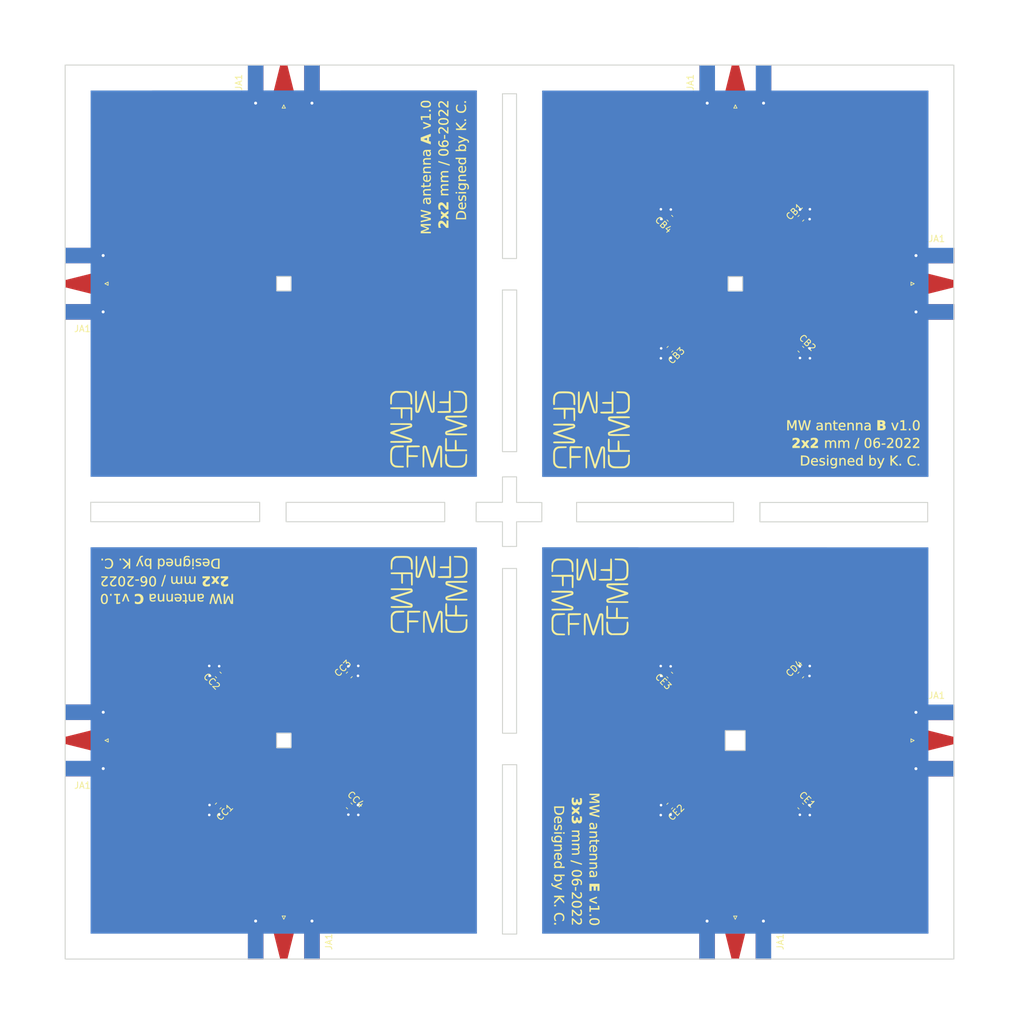
<source format=kicad_pcb>
(kicad_pcb (version 20211014) (generator pcbnew)
  (layers (0 "F.Cu" signal) (31 "B.Cu" signal) (34 "B.Paste" user) (35 "F.Paste" user) (36 "B.SilkS" user "B.Silkscreen") (37 "F.SilkS" user "F.Silkscreen") (38 "B.Mask" user) (39 "F.Mask" user) (44 "Edge.Cuts" user))
  (net 0 "")
  (net 1 "/AC_B")
  (net 2 "GND")
  (net 3 "/AC_A")
  (footprint "Connector_Coaxial:SMA_Molex_73251-1153_EdgeMount_Horizontal" (layer "F.Cu") (at 59.805838 163.79258 90)
    (fp_text reference "JA1" (at -1.5 7 90) (layer "F.SilkS"))
    (fp_text value "Conn_Coaxial")
    (pad "1" smd trapezoid (at -2.22 0 90) (size 4 2.1) (rect_delta -1 0) (layers "F.Cu" "F.Paste" "F.Mask"))
    (pad "2" smd rect (at 1.27 4.38 90) (size 0.95 0.46) (layers "F.Cu"))
    (pad "2" smd rect (at -1.72 4.38 90) (size 5.08 2.42) (layers "B.Cu" "B.Paste" "B.Mask"))
    (pad "2" smd rect (at 1.27 -4.38 90) (size 0.95 0.46) (layers "B.Cu"))
    (pad "2" smd rect (at -1.72 -4.38 90) (size 5.08 2.42) (layers "B.Cu" "B.Paste" "B.Mask"))
    (pad "2" smd rect (at -1.72 4.38 90) (size 5.08 2.42) (layers "F.Cu" "F.Paste" "F.Mask"))
    (pad "2" smd rect (at -1.72 -4.38 90) (size 5.08 2.42) (layers "F.Cu" "F.Paste" "F.Mask"))
    (pad "2" thru_hole circle (at 1.72 4.38 90) (size 0.97 0.97) (drill 0.46) (layers *.Cu))
    (pad "2" thru_hole circle (at 1.72 -4.38 90) (size 0.97 0.97) (drill 0.46) (layers *.Cu))
    (pad "2" smd rect (at 1.27 -4.38 90) (size 0.95 0.46) (layers "F.Cu"))
    (pad "2" smd rect (at 1.27 4.38 90) (size 0.95 0.46) (layers "B.Cu"))
  )
  (footprint "Connector_Coaxial:SMA_Molex_73251-1153_EdgeMount_Horizontal" (layer "F.Cu") (at 129.989947 163.801704 90)
    (fp_text reference "JA1" (at -1.5 7 90) (layer "F.SilkS"))
    (fp_text value "Conn_Coaxial")
    (pad "1" smd trapezoid (at -2.22 0 90) (size 4 2.1) (rect_delta -1 0) (layers "F.Cu" "F.Paste" "F.Mask"))
    (pad "2" smd rect (at 1.27 -4.38 90) (size 0.95 0.46) (layers "B.Cu"))
    (pad "2" smd rect (at 1.27 4.38 90) (size 0.95 0.46) (layers "F.Cu"))
    (pad "2" thru_hole circle (at 1.72 4.38 90) (size 0.97 0.97) (drill 0.46) (layers *.Cu))
    (pad "2" smd rect (at -1.72 4.38 90) (size 5.08 2.42) (layers "B.Cu" "B.Paste" "B.Mask"))
    (pad "2" smd rect (at -1.72 4.38 90) (size 5.08 2.42) (layers "F.Cu" "F.Paste" "F.Mask"))
    (pad "2" smd rect (at -1.72 -4.38 90) (size 5.08 2.42) (layers "F.Cu" "F.Paste" "F.Mask"))
    (pad "2" smd rect (at -1.72 -4.38 90) (size 5.08 2.42) (layers "B.Cu" "B.Paste" "B.Mask"))
    (pad "2" smd rect (at 1.27 -4.38 90) (size 0.95 0.46) (layers "F.Cu"))
    (pad "2" smd rect (at 1.27 4.38 90) (size 0.95 0.46) (layers "B.Cu"))
    (pad "2" thru_hole circle (at 1.72 -4.38 90) (size 0.97 0.97) (drill 0.46) (layers *.Cu))
  )
  (footprint "Connector_Coaxial:SMA_Molex_73251-1153_EdgeMount_Horizontal" (layer "F.Cu") (at 130.012214 33.201325 -90)
    (fp_text reference "JA1" (at -1.5 7 90) (layer "F.SilkS"))
    (fp_text value "Conn_Coaxial")
    (pad "1" smd trapezoid (at -2.22 0 270) (size 4 2.1) (rect_delta -1 0) (layers "F.Cu" "F.Paste" "F.Mask"))
    (pad "2" smd rect (at 1.27 -4.38 270) (size 0.95 0.46) (layers "B.Cu"))
    (pad "2" smd rect (at -1.72 4.38 270) (size 5.08 2.42) (layers "B.Cu" "B.Paste" "B.Mask"))
    (pad "2" thru_hole circle (at 1.72 -4.38 270) (size 0.97 0.97) (drill 0.46) (layers *.Cu))
    (pad "2" smd rect (at 1.27 4.38 270) (size 0.95 0.46) (layers "F.Cu"))
    (pad "2" smd rect (at -1.72 -4.38 270) (size 5.08 2.42) (layers "F.Cu" "F.Paste" "F.Mask"))
    (pad "2" smd rect (at -1.72 -4.38 270) (size 5.08 2.42) (layers "B.Cu" "B.Paste" "B.Mask"))
    (pad "2" smd rect (at 1.27 -4.38 270) (size 0.95 0.46) (layers "F.Cu"))
    (pad "2" smd rect (at -1.72 4.38 270) (size 5.08 2.42) (layers "F.Cu" "F.Paste" "F.Mask"))
    (pad "2" smd rect (at 1.27 4.38 270) (size 0.95 0.46) (layers "B.Cu"))
    (pad "2" thru_hole circle (at 1.72 4.38 270) (size 0.97 0.97) (drill 0.46) (layers *.Cu))
  )
  (footprint "Capacitor_SMD:C_0603_1608Metric_Pad1.08x0.95mm_HandSolder" (layer "F.Cu") (at 119.81113 123.832262 135)
    (fp_text reference "CE3" (at 0 -1.43 135) (layer "F.SilkS"))
    (fp_text value "1p")
    (pad "1" smd roundrect (at -0.8625 0 135) (size 1.075 0.95) (layers "F.Cu" "F.Paste" "F.Mask") (net 1 "/AC_B"))
    (pad "2" smd roundrect (at 0.8625 0 135) (size 1.075 0.95) (layers "F.Cu" "F.Paste" "F.Mask") (net 2 "GND"))
  )
  (footprint "Connector_Coaxial:SMA_Molex_73251-1153_EdgeMount_Horizontal" (layer "F.Cu") (at 30 62.990218)
    (fp_text reference "JA1" (at -1.5 7) (layer "F.SilkS"))
    (fp_text value "Conn_Coaxial")
    (pad "1" smd trapezoid (at -2.22 0) (size 4 2.1) (rect_delta -1 0) (layers "F.Cu" "F.Paste" "F.Mask") (net 3 "/AC_A"))
    (pad "2" smd rect (at -1.72 4.38) (size 5.08 2.42) (layers "B.Cu" "B.Paste" "B.Mask") (net 2 "GND"))
    (pad "2" smd rect (at 1.27 4.38) (size 0.95 0.46) (layers "B.Cu") (net 2 "GND"))
    (pad "2" smd rect (at -1.72 -4.38) (size 5.08 2.42) (layers "F.Cu" "F.Paste" "F.Mask") (net 2 "GND"))
    (pad "2" smd rect (at -1.72 -4.38) (size 5.08 2.42) (layers "B.Cu" "B.Paste" "B.Mask") (net 2 "GND"))
    (pad "2" smd rect (at 1.27 -4.38) (size 0.95 0.46) (layers "B.Cu") (net 2 "GND"))
    (pad "2" thru_hole circle (at 1.72 -4.38) (size 0.97 0.97) (drill 0.46) (layers *.Cu) (net 2 "GND"))
    (pad "2" smd rect (at 1.27 -4.38) (size 0.95 0.46) (layers "F.Cu") (net 2 "GND"))
    (pad "2" thru_hole circle (at 1.72 4.38) (size 0.97 0.97) (drill 0.46) (layers *.Cu) (net 2 "GND"))
    (pad "2" smd rect (at -1.72 4.38) (size 5.08 2.42) (layers "F.Cu" "F.Paste" "F.Mask") (net 2 "GND"))
    (pad "2" smd rect (at 1.27 4.38) (size 0.95 0.46) (layers "F.Cu") (net 2 "GND"))
  )
  (footprint "Connector_Coaxial:SMA_Molex_73251-1153_EdgeMount_Horizontal" (layer "F.Cu") (at 30.013683 133.993117)
    (fp_text reference "JA1" (at -1.5 7) (layer "F.SilkS"))
    (fp_text value "Conn_Coaxial")
    (pad "1" smd trapezoid (at -2.22 0) (size 4 2.1) (rect_delta -1 0) (layers "F.Cu" "F.Paste" "F.Mask"))
    (pad "2" smd rect (at -1.72 -4.38) (size 5.08 2.42) (layers "F.Cu" "F.Paste" "F.Mask"))
    (pad "2" smd rect (at -1.72 4.38) (size 5.08 2.42) (layers "F.Cu" "F.Paste" "F.Mask"))
    (pad "2" smd rect (at 1.27 -4.38) (size 0.95 0.46) (layers "F.Cu"))
    (pad "2" smd rect (at 1.27 4.38) (size 0.95 0.46) (layers "B.Cu"))
    (pad "2" smd rect (at -1.72 -4.38) (size 5.08 2.42) (layers "B.Cu" "B.Paste" "B.Mask"))
    (pad "2" thru_hole circle (at 1.72 -4.38) (size 0.97 0.97) (drill 0.46) (layers *.Cu))
    (pad "2" thru_hole circle (at 1.72 4.38) (size 0.97 0.97) (drill 0.46) (layers *.Cu))
    (pad "2" smd rect (at 1.27 -4.38) (size 0.95 0.46) (layers "B.Cu"))
    (pad "2" smd rect (at 1.27 4.38) (size 0.95 0.46) (layers "F.Cu"))
    (pad "2" smd rect (at -1.72 4.38) (size 5.08 2.42) (layers "B.Cu" "B.Paste" "B.Mask"))
  )
  (footprint "Capacitor_SMD:C_0603_1608Metric_Pad1.08x0.95mm_HandSolder" (layer "F.Cu") (at 49.619011 123.81121 135)
    (fp_text reference "CC2" (at 0 -1.43 135) (layer "F.SilkS"))
    (fp_text value "1p")
    (pad "1" smd roundrect (at -0.8625 0 135) (size 1.075 0.95) (layers "F.Cu" "F.Paste" "F.Mask") (net 1 "/AC_B"))
    (pad "2" smd roundrect (at 0.8625 0 135) (size 1.075 0.95) (layers "F.Cu" "F.Paste" "F.Mask") (net 2 "GND"))
  )
  (footprint "Capacitor_SMD:C_0603_1608Metric_Pad1.08x0.95mm_HandSolder" (layer "F.Cu") (at 69.983687 123.81121 45)
    (fp_text reference "CC3" (at 0 -1.43 45) (layer "F.SilkS"))
    (fp_text value "1p")
    (pad "1" smd roundrect (at -0.8625 0 45) (size 1.075 0.95) (layers "F.Cu" "F.Paste" "F.Mask") (net 1 "/AC_B"))
    (pad "2" smd roundrect (at 0.8625 0 45) (size 1.075 0.95) (layers "F.Cu" "F.Paste" "F.Mask") (net 2 "GND"))
  )
  (footprint "Capacitor_SMD:C_0603_1608Metric_Pad1.08x0.95mm_HandSolder" (layer "F.Cu") (at 49.619011 144.175886 -135)
    (fp_text reference "CC1" (at 0 -1.43 45) (layer "F.SilkS"))
    (fp_text value "1p")
    (pad "1" smd roundrect (at -0.8625 0 225) (size 1.075 0.95) (layers "F.Cu" "F.Paste" "F.Mask") (net 1 "/AC_B"))
    (pad "2" smd roundrect (at 0.8625 0 225) (size 1.075 0.95) (layers "F.Cu" "F.Paste" "F.Mask") (net 2 "GND"))
  )
  (footprint "Connector_Coaxial:SMA_Molex_73251-1153_EdgeMount_Horizontal" (layer "F.Cu") (at 59.803119 33.201325 -90)
    (fp_text reference "JA1" (at -1.5 7 90) (layer "F.SilkS"))
    (fp_text value "Conn_Coaxial")
    (pad "1" smd trapezoid (at -2.22 0 270) (size 4 2.1) (rect_delta -1 0) (layers "F.Cu" "F.Paste" "F.Mask"))
    (pad "2" smd rect (at 1.27 -4.38 270) (size 0.95 0.46) (layers "B.Cu"))
    (pad "2" thru_hole circle (at 1.72 4.38 270) (size 0.97 0.97) (drill 0.46) (layers *.Cu))
    (pad "2" smd rect (at -1.72 -4.38 270) (size 5.08 2.42) (layers "F.Cu" "F.Paste" "F.Mask"))
    (pad "2" smd rect (at -1.72 -4.38 270) (size 5.08 2.42) (layers "B.Cu" "B.Paste" "B.Mask"))
    (pad "2" smd rect (at 1.27 4.38 270) (size 0.95 0.46) (layers "F.Cu"))
    (pad "2" thru_hole circle (at 1.72 -4.38 270) (size 0.97 0.97) (drill 0.46) (layers *.Cu))
    (pad "2" smd rect (at 1.27 4.38 270) (size 0.95 0.46) (layers "B.Cu"))
    (pad "2" smd rect (at -1.72 4.38 270) (size 5.08 2.42) (layers "B.Cu" "B.Paste" "B.Mask"))
    (pad "2" smd rect (at 1.27 -4.38 270) (size 0.95 0.46) (layers "F.Cu"))
    (pad "2" smd rect (at -1.72 4.38 270) (size 5.08 2.42) (layers "F.Cu" "F.Paste" "F.Mask"))
  )
  (footprint "Capacitor_SMD:C_0603_1608Metric_Pad1.08x0.95mm_HandSolder" (layer "F.Cu") (at 69.983687 144.175886 -45)
    (fp_text reference "CC4" (at 0 -1.43 135) (layer "F.SilkS"))
    (fp_text value "1p")
    (pad "1" smd roundrect (at -0.8625 0 315) (size 1.075 0.95) (layers "F.Cu" "F.Paste" "F.Mask") (net 1 "/AC_B"))
    (pad "2" smd roundrect (at 0.8625 0 315) (size 1.075 0.95) (layers "F.Cu" "F.Paste" "F.Mask") (net 2 "GND"))
  )
  (footprint "MW_NV_koen_FR4:designEv2" (layer "F.Cu") (at 128.550077 132.211424 -90)
    (fp_text reference "Ref**" hide)
    (fp_text value "Val**" hide)
    (fp_poly (pts (xy 3.344333 -28.0035) (xy 2.0955 -28.0035) (xy 2.0955 -15.585232) (xy 2.447004 -15.570824) (xy 3.191345 -15.519319) (xy 3.934918 -15.426304) (xy 4.675122 -15.292561) (xy 5.409359 -15.118874) (xy 6.135028 -14.906026) (xy 6.84953 -14.654801) (xy 7.550264 -14.365981) (xy 8.234633 -14.04035) (xy 8.900035 -13.678691) (xy 9.0805 -13.572333) (xy 9.725541 -13.161261) (xy 10.343954 -12.718179) (xy 10.934871 -12.244545) (xy 11.497423 -11.741817) (xy 12.030741 -11.211452) (xy 12.533958 -10.654906) (xy 13.006204 -10.073638) (xy 13.446611 -9.469103) (xy 13.854311 -8.842761) (xy 14.228435 -8.196066) (xy 14.568114 -7.530478) (xy 14.87248 -6.847453) (xy 15.140665 -6.148449) (xy 15.3718 -5.434922) (xy 15.565016 -4.70833) (xy 15.719445 -3.97013) (xy 15.834218 -3.221779) (xy 15.908468 -2.464735) (xy 15.930292 -2.079496) (xy 15.944992 -1.735667) (xy 28.363333 -1.735667) (xy 28.363333 -2.9845) (xy 31.8135 -2.9845) (xy 31.8135 0.105833) (xy 28.363333 0.105833) (xy 28.363333 -1.164167) (xy 15.944872 -1.164167) (xy 15.930084 -0.809625) (xy 15.877433 -0.049448) (xy 15.783735 0.703142) (xy 15.649832 1.446655) (xy 15.476571 2.179601) (xy 15.264794 2.900488) (xy 15.015347 3.607826) (xy 14.729073 4.300125) (xy 14.406816 4.975894) (xy 14.049421 5.633643) (xy 13.657732 6.271881) (xy 13.232594 6.889117) (xy 12.77485 7.483862) (xy 12.285344 8.054623) (xy 11.764922 8.599912) (xy 11.214427 9.118237) (xy 10.634703 9.608108) (xy 10.026595 10.068034) (xy 9.604761 10.357991) (xy 8.951079 10.766022) (xy 8.284175 11.134646) (xy 7.603041 11.464218) (xy 6.906667 11.755091) (xy 6.194047 12.007621) (xy 5.464172 12.222162) (xy 4.716033 12.399069) (xy 3.948624 12.538695) (xy 3.160935 12.641396) (xy 3.090333 12.648706) (xy 2.996516 12.656067) (xy 2.867007 12.663112) (xy 2.708447 12.66972) (xy 2.527478 12.67577) (xy 2.330739 12.681142) (xy 2.124873 12.685714) (xy 1.91652 12.689366) (xy 1.712321 12.691978) (xy 1.518918 12.693428) (xy 1.34295 12.693596) (xy 1.191061 12.692362) (xy 1.069889 12.689603) (xy 1.005416 12.686607) (xy 0.219479 12.616209) (xy -0.554509 12.50601) (xy -1.31553 12.356295) (xy -2.062562 12.167348) (xy -2.794586 11.939453) (xy -3.510582 11.672893) (xy -4.209532 11.367954) (xy -4.815417 11.065048) (xy -5.49641 10.679817) (xy -6.150689 10.26187) (xy -6.777612 9.811845) (xy -7.376538 9.330376) (xy -7.946826 8.818102) (xy -8.487833 8.275656) (xy -8.998919 7.703677) (xy -9.479442 7.1028) (xy -9.928761 6.473661) (xy -10.346233 5.816897) (xy -10.657676 5.2705) (xy -10.9829 4.628787) (xy -11.277288 3.961641) (xy -11.539031 3.27444) (xy -11.766324 2.572562) (xy -11.95736 1.861385) (xy -12.110331 1.146287) (xy -12.179514 0.740833) (xy -12.214173 0.51113) (xy -12.243147 0.304066) (xy -12.26692 0.112558) (xy -12.285974 -0.070475) (xy -12.300794 -0.252117) (xy -12.311862 -0.439449) (xy -12.319662 -0.639554) (xy -12.324678 -0.859515) (xy -12.327391 -1.106414) (xy -12.328286 -1.387332) (xy -12.328293 -1.439334) (xy -12.327808 -1.707026) (xy -12.326213 -1.939096) (xy -12.323091 -2.142249) (xy -12.318022 -2.32319) (xy -12.310589 -2.488624) (xy -12.300373 -2.645256) (xy -12.286956 -2.799792) (xy -12.26992 -2.958937) (xy -12.269377 -2.963334) (xy 0.275166 -2.963334) (xy 0.275166 0.084666) (xy 3.323166 0.084666) (xy 3.323166 -2.963334) (xy 0.275166 -2.963334) (xy -12.269377 -2.963334) (xy -12.248846 -3.129396) (xy -12.223316 -3.317874) (xy -12.201533 -3.471334) (xy -12.071995 -4.225163) (xy -11.902258 -4.967823) (xy -11.693272 -5.697814) (xy -11.445987 -6.413638) (xy -11.161352 -7.113796) (xy -10.840317 -7.796789) (xy -10.483832 -8.461119) (xy -10.092847 -9.105288) (xy -9.66831 -9.727796) (xy -9.211173 -10.327145) (xy -8.722384 -10.901836) (xy -8.202894 -11.45037) (xy -7.653651 -11.97125) (xy -7.075606 -12.462976) (xy -6.469708 -12.924049) (xy -6.011334 -13.239774) (xy -5.362494 -13.643009) (xy -4.693781 -14.010273) (xy -4.007352 -14.340864) (xy -3.305369 -14.63408) (xy -2.589989 -14.889217) (xy -1.863372 -15.105575) (xy -1.127677 -15.282449) (xy -0.385063 -15.419139) (xy 0.362311 -15.514942) (xy 1.112285 -15.569155) (xy 1.155214 -15.570984) (xy 1.502833 -15.585232) (xy 1.502833 -28.0035) (xy 0.254 -28.0035) (xy 0.254 -31.474834) (xy 3.344333 -31.474834) (xy 3.344333 -28.0035)) (layer "F.Cu") (width 0.01) (fill solid))
    (fp_poly (pts (xy 31.8135 28.575) (xy -28.236349 28.575) (xy -28.23105 -1.444625) (xy -28.230782 -2.963334) (xy 0.275166 -2.963334) (xy 0.275166 0.084666) (xy 3.323166 0.084666) (xy 3.323166 -2.963334) (xy 0.275166 -2.963334) (xy -28.230782 -2.963334) (xy -28.22575 -31.46425) (xy 1.793875 -31.46955) (xy 31.8135 -31.474849) (xy 31.8135 28.575)) (layer "B.Cu") (width 0.01) (fill solid))
  )
  (footprint "Connector_Coaxial:SMA_Molex_73251-1153_EdgeMount_Horizontal" (layer "F.Cu") (at 159.801772 134.009327 180)
    (fp_text reference "JA1" (at -1.5 7) (layer "F.SilkS"))
    (fp_text value "Conn_Coaxial")
    (pad "1" smd trapezoid (at -2.22 0 180) (size 4 2.1) (rect_delta -1 0) (layers "F.Cu" "F.Paste" "F.Mask"))
    (pad "2" smd rect (at 1.27 4.38 180) (size 0.95 0.46) (layers "F.Cu"))
    (pad "2" smd rect (at 1.27 -4.38 180) (size 0.95 0.46) (layers "B.Cu"))
    (pad "2" smd rect (at 1.27 4.38 180) (size 0.95 0.46) (layers "B.Cu"))
    (pad "2" thru_hole circle (at 1.72 -4.38 180) (size 0.97 0.97) (drill 0.46) (layers *.Cu))
    (pad "2" smd rect (at -1.72 4.38 180) (size 5.08 2.42) (layers "B.Cu" "B.Paste" "B.Mask"))
    (pad "2" smd rect (at 1.27 -4.38 180) (size 0.95 0.46) (layers "F.Cu"))
    (pad "2" smd rect (at -1.72 -4.38 180) (size 5.08 2.42) (layers "B.Cu" "B.Paste" "B.Mask"))
    (pad "2" smd rect (at -1.72 4.38 180) (size 5.08 2.42) (layers "F.Cu" "F.Paste" "F.Mask"))
    (pad "2" thru_hole circle (at 1.72 4.38 180) (size 0.97 0.97) (drill 0.46) (layers *.Cu))
    (pad "2" smd rect (at -1.72 -4.38 180) (size 5.08 2.42) (layers "F.Cu" "F.Paste" "F.Mask"))
  )
  (footprint "MW_NV_koen_FR4:designAv0" (layer "F.Cu") (at 60.080586 63.306076 90)
    (fp_text reference "Ref**" hide)
    (fp_text value "Val**" hide)
    (fp_poly (pts (xy 1.862666 -26.839334) (xy 0.613833 -26.839334) (xy 0.613833 -14.421065) (xy 0.965337 -14.406658) (xy 1.713402 -14.354941) (xy 2.45879 -14.2617) (xy 3.199319 -14.127741) (xy 3.932805 -13.953872) (xy 4.657068 -13.740898) (xy 5.369926 -13.489627) (xy 6.069195 -13.200864) (xy 6.752694 -12.875416) (xy 7.418242 -12.514089) (xy 8.063655 -12.117691) (xy 8.686751 -11.687027) (xy 9.033453 -11.424682) (xy 9.291605 -11.215861) (xy 9.563919 -10.982834) (xy 9.842553 -10.732993) (xy 10.119669 -10.473727) (xy 10.387426 -10.212426) (xy 10.637983 -9.956481) (xy 10.863501 -9.713282) (xy 10.936558 -9.630834) (xy 11.436714 -9.026962) (xy 11.900319 -8.402043) (xy 12.326958 -7.757079) (xy 12.716215 -7.09307) (xy 13.067673 -6.411018) (xy 13.380917 -5.711925) (xy 13.655531 -4.996793) (xy 13.891098 -4.266622) (xy 14.087204 -3.522415) (xy 14.243431 -2.765173) (xy 14.359365 -1.995898) (xy 14.434588 -1.215591) (xy 14.435219 -1.2065) (xy 14.443171 -1.079569) (xy 14.449796 -0.951424) (xy 14.454471 -0.835807) (xy 14.456569 -0.746459) (xy 14.456624 -0.735542) (xy 14.456833 -0.5715) (xy 26.881666 -0.5715) (xy 26.881666 -1.820334) (xy 30.353 -1.820334) (xy 30.353 1.27) (xy 26.881666 1.27) (xy 26.881666 0) (xy 14.456833 0) (xy 14.456833 0.157066) (xy 14.455355 0.23628) (xy 14.4513 0.345023) (xy 14.445236 0.470605) (xy 14.437732 0.600341) (xy 14.435256 0.638607) (xy 14.362757 1.413768) (xy 14.249134 2.17998) (xy 14.094744 2.936072) (xy 13.899947 3.680872) (xy 13.665099 4.413207) (xy 13.390561 5.131904) (xy 13.07669 5.835792) (xy 12.723843 6.523697) (xy 12.534836 6.858) (xy 12.131077 7.508651) (xy 11.693174 8.135372) (xy 11.222606 8.736763) (xy 10.720854 9.311424) (xy 10.189399 9.857955) (xy 9.629719 10.374954) (xy 9.043296 10.861023) (xy 8.43161 11.31476) (xy 7.796141 11.734766) (xy 7.138368 12.119641) (xy 6.76275 12.318323) (xy 6.094327 12.638401) (xy 5.420242 12.920061) (xy 4.737002 13.164317) (xy 4.041115 13.37218) (xy 3.329089 13.544663) (xy 2.597431 13.682779) (xy 1.84265 13.787541) (xy 1.608666 13.812873) (xy 1.514849 13.820234) (xy 1.38534 13.827279) (xy 1.22678 13.833887) (xy 1.045811 13.839937) (xy 0.849072 13.845308) (xy 0.643206 13.849881) (xy 0.434853 13.853533) (xy 0.230654 13.856145) (xy 0.037251 13.857595) (xy -0.138716 13.857763) (xy -0.290606 13.856528) (xy -0.411778 13.85377) (xy -0.47625 13.850774) (xy -0.677112 13.835937) (xy -0.904546 13.815717) (xy -1.143367 13.791686) (xy -1.37839 13.765413) (xy -1.594429 13.738471) (xy -1.693334 13.724846) (xy -2.452701 13.594876) (xy -3.199616 13.425002) (xy -3.932729 13.216122) (xy -4.65069 12.969129) (xy -5.352149 12.684922) (xy -6.035757 12.364394) (xy -6.700162 12.008442) (xy -7.344015 11.617961) (xy -7.965965 11.193847) (xy -8.564663 10.736996) (xy -9.138759 10.248304) (xy -9.686902 9.728665) (xy -10.207742 9.178977) (xy -10.699929 8.600134) (xy -11.162114 7.993032) (xy -11.592945 7.358568) (xy -11.805276 7.016236) (xy -12.186719 6.340624) (xy -12.528999 5.64899) (xy -12.832036 4.941575) (xy -13.095749 4.218624) (xy -13.320059 3.480381) (xy -13.504885 2.727089) (xy -13.650148 1.958993) (xy -13.755767 1.176335) (xy -13.77024 1.037166) (xy -13.782902 0.88181) (xy -13.793854 0.692209) (xy -13.802976 0.476424) (xy -13.810147 0.242513) (xy -13.815246 -0.001464) (xy -13.818153 -0.247447) (xy -13.818747 -0.487378) (xy -13.816909 -0.713198) (xy -13.812516 -0.916845) (xy -13.80545 -1.090263) (xy -13.802741 -1.135961) (xy -13.780831 -1.375834) (xy -0.783167 -1.375834) (xy -0.783167 0.8255) (xy 1.418166 0.8255) (xy 1.418166 -1.375834) (xy -0.783167 -1.375834) (xy -13.780831 -1.375834) (xy -13.731323 -1.917843) (xy -13.619353 -2.688626) (xy -13.467233 -3.447305) (xy -13.275365 -4.192877) (xy -13.044148 -4.924337) (xy -12.773984 -5.640681) (xy -12.465274 -6.340903) (xy -12.11842 -7.024) (xy -11.733822 -7.688968) (xy -11.311882 -8.334801) (xy -10.853 -8.960495) (xy -10.506566 -9.39008) (xy -10.004983 -9.955962) (xy -9.474181 -10.492367) (xy -8.915936 -10.998421) (xy -8.332026 -11.473247) (xy -7.724226 -11.915969) (xy -7.094314 -12.325711) (xy -6.444066 -12.701599) (xy -5.775258 -13.042755) (xy -5.089669 -13.348304) (xy -4.389073 -13.617371) (xy -3.675248 -13.849078) (xy -2.94997 -14.042551) (xy -2.215017 -14.196914) (xy -1.472164 -14.311291) (xy -0.723188 -14.384806) (xy -0.330338 -14.406658) (xy 0.021166 -14.421065) (xy 0.021166 -26.839334) (xy -1.227667 -26.839334) (xy -1.227667 -30.310667) (xy 1.862666 -30.310667) (xy 1.862666 -26.839334)) (layer "F.Cu") (width 0.01) (fill solid))
    (fp_poly (pts (xy 30.342416 -30.300084) (xy 30.353014 29.739166) (xy -29.696834 29.739166) (xy -29.696834 -1.375834) (xy -0.783167 -1.375834) (xy -0.783167 0.8255) (xy 1.418166 0.8255) (xy 1.418166 -1.375834) (xy -0.783167 -1.375834) (xy -29.696834 -1.375834) (xy -29.696834 -30.310682) (xy 30.342416 -30.300084)) (layer "B.Cu") (width 0.01) (fill solid))
  )
  (footprint "Capacitor_SMD:C_0603_1608Metric_Pad1.08x0.95mm_HandSolder" (layer "F.Cu") (at 140.175806 144.196938 -45)
    (fp_text reference "CE1" (at 0 -1.43 135) (layer "F.SilkS"))
    (fp_text value "1p")
    (pad "1" smd roundrect (at -0.8625 0 315) (size 1.075 0.95) (layers "F.Cu" "F.Paste" "F.Mask") (net 1 "/AC_B"))
    (pad "2" smd roundrect (at 0.8625 0 315) (size 1.075 0.95) (layers "F.Cu" "F.Paste" "F.Mask") (net 2 "GND"))
  )
  (footprint "Capacitor_SMD:C_0603_1608Metric_Pad1.08x0.95mm_HandSolder" (layer "F.Cu") (at 119.832211 73.182338 -135)
    (fp_text reference "CB3" (at 0 -1.43 45) (layer "F.SilkS"))
    (fp_text value "1p")
    (pad "1" smd roundrect (at -0.8625 0 225) (size 1.075 0.95) (layers "F.Cu" "F.Paste" "F.Mask") (net 1 "/AC_B"))
    (pad "2" smd roundrect (at 0.8625 0 225) (size 1.075 0.95) (layers "F.Cu" "F.Paste" "F.Mask") (net 2 "GND"))
  )
  (footprint "Connector_Coaxial:SMA_Molex_73251-1153_EdgeMount_Horizontal" (layer "F.Cu") (at 159.811147 62.998248 180)
    (fp_text reference "JA1" (at -1.5 7) (layer "F.SilkS"))
    (fp_text value "Conn_Coaxial")
    (pad "1" smd trapezoid (at -2.22 0 180) (size 4 2.1) (rect_delta -1 0) (layers "F.Cu" "F.Paste" "F.Mask"))
    (pad "2" thru_hole circle (at 1.72 4.38 180) (size 0.97 0.97) (drill 0.46) (layers *.Cu))
    (pad "2" smd rect (at -1.72 -4.38 180) (size 5.08 2.42) (layers "B.Cu" "B.Paste" "B.Mask"))
    (pad "2" thru_hole circle (at 1.72 -4.38 180) (size 0.97 0.97) (drill 0.46) (layers *.Cu))
    (pad "2" smd rect (at 1.27 4.38 180) (size 0.95 0.46) (layers "F.Cu"))
    (pad "2" smd rect (at 1.27 -4.38 180) (size 0.95 0.46) (layers "F.Cu"))
    (pad "2" smd rect (at 1.27 -4.38 180) (size 0.95 0.46) (layers "B.Cu"))
    (pad "2" smd rect (at -1.72 4.38 180) (size 5.08 2.42) (layers "B.Cu" "B.Paste" "B.Mask"))
    (pad "2" smd rect (at -1.72 4.38 180) (size 5.08 2.42) (layers "F.Cu" "F.Paste" "F.Mask"))
    (pad "2" smd rect (at -1.72 -4.38 180) (size 5.08 2.42) (layers "F.Cu" "F.Paste" "F.Mask"))
    (pad "2" smd rect (at 1.27 4.38 180) (size 0.95 0.46) (layers "B.Cu"))
  )
  (footprint "Capacitor_SMD:C_0603_1608Metric_Pad1.08x0.95mm_HandSolder" (layer "F.Cu") (at 119.832211 52.817662 135)
    (fp_text reference "CB4" (at 0 -1.43 135) (layer "F.SilkS"))
    (fp_text value "1p")
    (pad "1" smd roundrect (at -0.8625 0 135) (size 1.075 0.95) (layers "F.Cu" "F.Paste" "F.Mask") (net 1 "/AC_B"))
    (pad "2" smd roundrect (at 0.8625 0 135) (size 1.075 0.95) (layers "F.Cu" "F.Paste" "F.Mask") (net 2 "GND"))
  )
  (footprint "Capacitor_SMD:C_0603_1608Metric_Pad1.08x0.95mm_HandSolder" (layer "F.Cu") (at 119.81113 144.196938 -135)
    (fp_text reference "CE2" (at 0 -1.43 45) (layer "F.SilkS"))
    (fp_text value "1p")
    (pad "1" smd roundrect (at -0.8625 0 225) (size 1.075 0.95) (layers "F.Cu" "F.Paste" "F.Mask") (net 1 "/AC_B"))
    (pad "2" smd roundrect (at 0.8625 0 225) (size 1.075 0.95) (layers "F.Cu" "F.Paste" "F.Mask") (net 2 "GND"))
  )
  (footprint "Capacitor_SMD:C_0603_1608Metric_Pad1.08x0.95mm_HandSolder" (layer "F.Cu") (at 140.196887 73.182338 -45)
    (fp_text reference "CB2" (at 0 -1.43 135) (layer "F.SilkS"))
    (fp_text value "1p")
    (pad "1" smd roundrect (at -0.8625 0 315) (size 1.075 0.95) (layers "F.Cu" "F.Paste" "F.Mask") (net 1 "/AC_B"))
    (pad "2" smd roundrect (at 0.8625 0 315) (size 1.075 0.95) (layers "F.Cu" "F.Paste" "F.Mask") (net 2 "GND"))
  )
  (footprint "MW_NV_koen_FR4:designBv0" (layer "F.Cu") (at 130.031744 63.724336)
    (fp_text reference "Ref**" hide)
    (fp_text value "Val**" hide)
    (fp_poly (pts (xy 1.524 -27.283834) (xy 0.254 -27.283834) (xy 0.254 -14.880974) (xy 0.301625 -14.871334) (xy 0.338512 -14.867321) (xy 0.409269 -14.86253) (xy 0.50545 -14.85743) (xy 0.618608 -14.852488) (xy 0.689332 -14.849856) (xy 1.214929 -14.818084) (xy 1.763265 -14.759385) (xy 2.325726 -14.675277) (xy 2.893699 -14.567278) (xy 3.458571 -14.436906) (xy 4.011727 -14.28568) (xy 4.180416 -14.234512) (xy 4.897993 -13.989654) (xy 5.603659 -13.70525) (xy 6.294389 -13.382904) (xy 6.967156 -13.024223) (xy 7.618934 -12.630811) (xy 8.246698 -12.204273) (xy 8.800004 -11.784321) (xy 9.3917 -11.284237) (xy 9.952157 -10.756131) (xy 10.480655 -10.201317) (xy 10.976476 -9.621109) (xy 11.4389 -9.016823) (xy 11.867209 -8.389772) (xy 12.260683 -7.74127) (xy 12.618604 -7.072632) (xy 12.940252 -6.385172) (xy 13.224908 -5.680204) (xy 13.471854 -4.959043) (xy 13.68037 -4.223002) (xy 13.849738 -3.473397) (xy 13.979238 -2.711542) (xy 14.042658 -2.201334) (xy 14.05526 -2.073066) (xy 14.068183 -1.924462) (xy 14.080814 -1.764452) (xy 14.092538 -1.601963) (xy 14.10274 -1.445926) (xy 14.110806 -1.305269) (xy 14.11612 -1.188921) (xy 14.118068 -1.105959) (xy 14.118166 -1.016) (xy 26.543 -1.016) (xy 26.543 -2.264834) (xy 29.993166 -2.264834) (xy 29.993166 0.8255) (xy 26.543 0.8255) (xy 26.543 -0.4445) (xy 14.125754 -0.4445) (xy 14.099673 0.014889) (xy 14.03959 0.761997) (xy 13.944831 1.488814) (xy 13.814337 2.200775) (xy 13.647051 2.903314) (xy 13.441916 3.601867) (xy 13.345489 3.891685) (xy 13.076152 4.609911) (xy 12.768868 5.31036) (xy 12.424731 5.991616) (xy 12.044837 6.652262) (xy 11.630284 7.290881) (xy 11.182167 7.906057) (xy 10.701582 8.496373) (xy 10.189625 9.060413) (xy 9.647392 9.596761) (xy 9.07598 10.103999) (xy 8.476483 10.580712) (xy 7.849999 11.025482) (xy 7.799916 11.058866) (xy 7.141601 11.470552) (xy 6.465964 11.843713) (xy 5.773808 12.178083) (xy 5.065933 12.473395) (xy 4.343143 12.729381) (xy 3.606239 12.945775) (xy 2.856023 13.122311) (xy 2.093297 13.25872) (xy 1.318863 13.354736) (xy 0.772583 13.39763) (xy 0.590129 13.406104) (xy 0.37645 13.41192) (xy 0.142572 13.415084) (xy -0.100479 13.415603) (xy -0.34168 13.413487) (xy -0.570005 13.408741) (xy -0.774429 13.401375) (xy -0.867834 13.396498) (xy -1.633166 13.329981) (xy -2.39225 13.221993) (xy -3.143351 13.073155) (xy -3.884734 12.884087) (xy -4.614664 12.65541) (xy -5.331405 12.387746) (xy -6.033223 12.081714) (xy -6.718384 11.737937) (xy -7.385151 11.357034) (xy -8.03179 10.939627) (xy -8.339667 10.722758) (xy -8.950056 10.25458) (xy -9.531949 9.755557) (xy -10.084386 9.226999) (xy -10.606404 8.670219) (xy -11.097042 8.086528) (xy -11.555337 7.477237) (xy -11.980328 6.843658) (xy -12.371053 6.187101) (xy -12.72655 5.508878) (xy -13.045857 4.8103) (xy -13.328012 4.092679) (xy -13.441339 3.767666) (xy -13.665575 3.032735) (xy -13.848754 2.289598) (xy -13.99097 1.53997) (xy -14.092319 0.785564) (xy -14.152898 0.028095) (xy -14.172804 -0.730724) (xy -14.152131 -1.489178) (xy -14.125357 -1.820334) (xy -1.121834 -1.820334) (xy -1.121834 0.381) (xy 1.0795 0.381) (xy 1.0795 -1.820334) (xy -1.121834 -1.820334) (xy -14.125357 -1.820334) (xy -14.090976 -2.245553) (xy -13.989436 -2.998137) (xy -13.847606 -3.745213) (xy -13.665583 -4.485069) (xy -13.443463 -5.215991) (xy -13.181342 -5.936265) (xy -12.879315 -6.644176) (xy -12.854264 -6.698433) (xy -12.512741 -7.383895) (xy -12.133948 -8.049938) (xy -11.719031 -8.694924) (xy -11.269141 -9.31721) (xy -10.785424 -9.915156) (xy -10.269031 -10.487123) (xy -10.031698 -10.730198) (xy -9.470115 -11.262154) (xy -8.883514 -11.760303) (xy -8.273155 -12.224028) (xy -7.640296 -12.652712) (xy -6.986197 -13.045739) (xy -6.312115 -13.402494) (xy -5.61931 -13.722359) (xy -4.909041 -14.004719) (xy -4.182566 -14.248956) (xy -3.441145 -14.454456) (xy -2.686035 -14.620601) (xy -1.918496 -14.746775) (xy -1.793915 -14.763303) (xy -1.646927 -14.78064) (xy -1.479421 -14.797875) (xy -1.300567 -14.814289) (xy -1.119534 -14.829164) (xy -0.945492 -14.841783) (xy -0.787613 -14.851427) (xy -0.655065 -14.857379) (xy -0.571567 -14.859001) (xy -0.483316 -14.860398) (xy -0.408913 -14.864127) (xy -0.360298 -14.869492) (xy -0.350982 -14.871848) (xy -0.347689 -14.87571) (xy -0.344617 -14.885619) (xy -0.341758 -14.902982) (xy -0.339106 -14.929205) (xy -0.336652 -14.965694) (xy -0.334388 -15.013858) (xy -0.332308 -15.075101) (xy -0.330404 -15.150831) (xy -0.328667 -15.242454) (xy -0.327091 -15.351377) (xy -0.325668 -15.479006) (xy -0.32439 -15.626748) (xy -0.32325 -15.79601) (xy -0.32224 -15.988198) (xy -0.321352 -16.204719) (xy -0.320579 -16.446979) (xy -0.319914 -16.716385) (xy -0.319349 -17.014343) (xy -0.318876 -17.34226) (xy -0.318487 -17.701543) (xy -0.318176 -18.093598) (xy -0.317934 -18.519832) (xy -0.317754 -18.981652) (xy -0.317628 -19.480463) (xy -0.317549 -20.017673) (xy -0.317509 -20.594688) (xy -0.3175 -21.084265) (xy -0.3175 -27.283834) (xy -1.566334 -27.283834) (xy -1.566334 -30.755167) (xy 1.524 -30.755167) (xy 1.524 -27.283834)) (layer "F.Cu") (width 0.01) (fill solid))
    (fp_poly (pts (xy 29.993166 29.294666) (xy -30.056667 29.294666) (xy -30.056667 -1.820334) (xy -1.121834 -1.820334) (xy -1.121834 0.381) (xy 1.0795 0.381) (xy 1.0795 -1.820334) (xy -1.121834 -1.820334) (xy -30.056667 -1.820334) (xy -30.056667 -30.755167) (xy 29.993166 -30.755167) (xy 29.993166 29.294666)) (layer "B.Cu") (width 0.01) (fill solid))
  )
  (footprint "Capacitor_SMD:C_0603_1608Metric_Pad1.08x0.95mm_HandSolder" (layer "F.Cu") (at 140.196887 52.817662 45)
    (fp_text reference "CB1" (at 0 -1.43 45) (layer "F.SilkS"))
    (fp_text value "1p")
    (pad "1" smd roundrect (at -0.8625 0 45) (size 1.075 0.95) (layers "F.Cu" "F.Paste" "F.Mask") (net 1 "/AC_B"))
    (pad "2" smd roundrect (at 0.8625 0 45) (size 1.075 0.95) (layers "F.Cu" "F.Paste" "F.Mask") (net 2 "GND"))
  )
  (footprint "Capacitor_SMD:C_0603_1608Metric_Pad1.08x0.95mm_HandSolder" (layer "F.Cu") (at 140.175806 123.832262 45)
    (fp_text reference "CD4" (at 0 -1.43 45) (layer "F.SilkS"))
    (fp_text value "1p")
    (pad "1" smd roundrect (at -0.8625 0 45) (size 1.075 0.95) (layers "F.Cu" "F.Paste" "F.Mask") (net 1 "/AC_B"))
    (pad "2" smd roundrect (at 0.8625 0 45) (size 1.075 0.95) (layers "F.Cu" "F.Paste" "F.Mask") (net 2 "GND"))
  )
  (footprint "MW_NV_koen_FR4:designCv0" (layer "F.Cu") (at 61.625752 130.581577 180)
    (fp_text reference "Ref**" hide)
    (fp_text value "Val**" hide)
    (fp_poly (pts (xy 3.3655 -29.993167) (xy 2.116666 -29.993167) (xy 2.116666 -17.572134) (xy 2.291291 -17.560297) (xy 2.389052 -17.554081) (xy 2.510509 -17.546955) (xy 2.637071 -17.539987) (xy 2.709333 -17.536246) (xy 3.273993 -17.493005) (xy 3.861223 -17.419217) (xy 4.465246 -17.315778) (xy 5.080285 -17.183582) (xy 5.249333 -17.142617) (xy 5.992601 -16.936531) (xy 6.720178 -16.691495) (xy 7.43078 -16.408363) (xy 8.123123 -16.087992) (xy 8.795924 -15.731236) (xy 9.447899 -15.338951) (xy 10.077764 -14.911993) (xy 10.684235 -14.451217) (xy 11.26603 -13.957477) (xy 11.821863 -13.431631) (xy 12.350452 -12.874533) (xy 12.850514 -12.287038) (xy 13.186493 -11.853334) (xy 13.609176 -11.25183) (xy 14.00043 -10.625888) (xy 14.359237 -9.978365) (xy 14.68458 -9.312118) (xy 14.975443 -8.630005) (xy 15.230808 -7.934883) (xy 15.449658 -7.229609) (xy 15.630977 -6.517042) (xy 15.773747 -5.800039) (xy 15.876952 -5.081457) (xy 15.939575 -4.364153) (xy 15.952975 -4.079875) (xy 15.966327 -3.704167) (xy 28.3845 -3.704167) (xy 28.3845 -4.974167) (xy 31.855833 -4.974167) (xy 31.855833 -1.862667) (xy 28.3845 -1.862667) (xy 28.3845 -3.132667) (xy 15.966327 -3.132667) (xy 15.952975 -2.756959) (xy 15.921953 -2.235897) (xy 15.86596 -1.692954) (xy 15.786609 -1.139193) (xy 15.685515 -0.585675) (xy 15.564294 -0.043462) (xy 15.546421 0.028482) (xy 15.337328 0.774084) (xy 15.089663 1.503064) (xy 14.804274 2.214225) (xy 14.482011 2.906368) (xy 14.123725 3.578296) (xy 13.730265 4.228811) (xy 13.302481 4.856716) (xy 12.841223 5.460814) (xy 12.347341 6.039906) (xy 11.821685 6.592795) (xy 11.265105 7.118284) (xy 10.67845 7.615174) (xy 10.062571 8.082268) (xy 9.609666 8.394074) (xy 8.956407 8.80053) (xy 8.283969 9.169468) (xy 7.59357 9.500467) (xy 6.886428 9.793107) (xy 6.163759 10.046966) (xy 5.426782 10.261624) (xy 4.676712 10.436659) (xy 3.914767 10.57165) (xy 3.142164 10.666176) (xy 3.005666 10.678551) (xy 2.889379 10.686903) (xy 2.743301 10.694825) (xy 2.574531 10.702154) (xy 2.390172 10.708726) (xy 2.197325 10.714377) (xy 2.003089 10.718943) (xy 1.814567 10.72226) (xy 1.638859 10.724164) (xy 1.483066 10.724492) (xy 1.35429 10.723079) (xy 1.259631 10.719762) (xy 1.248833 10.719092) (xy 1.02832 10.704113) (xy 0.843695 10.691149) (xy 0.688592 10.679664) (xy 0.556644 10.66912) (xy 0.441481 10.65898) (xy 0.336738 10.648707) (xy 0.236047 10.637764) (xy 0.13304 10.625614) (xy 0.116416 10.623583) (xy -0.648819 10.508714) (xy -1.402363 10.353645) (xy -2.14286 10.159163) (xy -2.86896 9.926051) (xy -3.579307 9.655097) (xy -4.272549 9.347085) (xy -4.947333 9.002801) (xy -5.602304 8.623031) (xy -6.236111 8.208559) (xy -6.847399 7.760171) (xy -7.434815 7.278653) (xy -7.997006 6.76479) (xy -8.532619 6.219368) (xy -9.0403 5.643171) (xy -9.518697 5.036986) (xy -9.52608 5.027083) (xy -9.965373 4.402113) (xy -10.369805 3.754257) (xy -10.738538 3.085604) (xy -11.070732 2.398243) (xy -11.365549 1.694263) (xy -11.622149 0.975754) (xy -11.839694 0.244805) (xy -12.017344 -0.496495) (xy -12.15426 -1.246056) (xy -12.21196 -1.661584) (xy -12.236687 -1.868545) (xy -12.256911 -2.054905) (xy -12.273051 -2.228495) (xy -12.285525 -2.397147) (xy -12.294751 -2.568691) (xy -12.301149 -2.750957) (xy -12.305137 -2.951778) (xy -12.307133 -3.178984) (xy -12.307555 -3.440405) (xy -12.307547 -3.450167) (xy -12.306491 -3.724385) (xy -12.303517 -3.964476) (xy -12.298091 -4.178624) (xy -12.28968 -4.375015) (xy -12.279802 -4.529667) (xy 0.719666 -4.529667) (xy 0.719666 -2.307167) (xy 2.921 -2.307167) (xy 2.921 -4.529667) (xy 0.719666 -4.529667) (xy -12.279802 -4.529667) (xy -12.277747 -4.561832) (xy -12.261761 -4.747259) (xy -12.241185 -4.939481) (xy -12.215487 -5.146682) (xy -12.184132 -5.377045) (xy -12.179759 -5.408084) (xy -12.051256 -6.167562) (xy -11.882435 -6.915558) (xy -11.674103 -7.650639) (xy -11.427066 -8.37137) (xy -11.14213 -9.07632) (xy -10.820101 -9.764055) (xy -10.461785 -10.433141) (xy -10.067988 -11.082146) (xy -9.639517 -11.709637) (xy -9.177177 -12.314179) (xy -8.681774 -12.894341) (xy -8.154115 -13.448688) (xy -7.595006 -13.975788) (xy -7.14375 -14.362034) (xy -6.54551 -14.825997) (xy -5.923253 -15.256651) (xy -5.279133 -15.65313) (xy -4.6153 -16.014567) (xy -3.933905 -16.340096) (xy -3.237099 -16.628851) (xy -2.527034 -16.879966) (xy -1.80586 -17.092573) (xy -1.075729 -17.265806) (xy -0.338791 -17.3988) (xy 0.402801 -17.490687) (xy 0.683152 -17.51448) (xy 0.832908 -17.525432) (xy 0.983307 -17.53616) (xy 1.123846 -17.545936) (xy 1.244018 -17.554029) (xy 1.333319 -17.55971) (xy 1.338791 -17.560037) (xy 1.545166 -17.572285) (xy 1.545166 -29.993167) (xy 0.275166 -29.993167) (xy 0.275166 -33.443334) (xy 3.3655 -33.443334) (xy 3.3655 -29.993167)) (layer "F.Cu") (width 0.01) (fill solid))
    (fp_poly (pts (xy 31.855833 26.6065) (xy -28.194 26.6065) (xy -28.194 -4.529667) (xy 0.719666 -4.529667) (xy 0.719666 -2.307167) (xy 2.921 -2.307167) (xy 2.921 -4.529667) (xy 0.719666 -4.529667) (xy -28.194 -4.529667) (xy -28.194 -33.443334) (xy 31.855833 -33.443334) (xy 31.855833 26.6065)) (layer "B.Cu") (width 0.01) (fill solid))
  )
  (gr_rect (start 96.017372 164.100119) (end 93.798823 137.765039) (layer "Edge.Cuts") (width 0.15) (fill none))
  (gr_rect (start 128.890082 61.882375) (end 131.132937 64.124934) (layer "Edge.Cuts") (width 0.15) (fill none))
  (gr_rect (start 96.01216 89.102598) (end 93.793611 63.964125) (layer "Edge.Cuts") (width 0.15) (fill none))
  (gr_rect (start 60.163324 96.983576) (end 84.82787 99.995977) (layer "Edge.Cuts") (width 0.15) (fill none))
  (gr_rect (start 93.803302 33.45997) (end 95.99107 59.076941) (layer "Edge.Cuts") (width 0.15) (fill none))
  (gr_rect (start 58.684414 132.86715) (end 60.928845 135.132564) (layer "Edge.Cuts") (width 0.15) (fill none))
  (gr_rect (start 25.811627 28.99491) (end 163.982911 167.983019) (layer "Edge.Cuts") (width 0.15) (fill none))
  (gr_rect (start 131.535346 135.555872) (end 128.443707 132.465544) (layer "Edge.Cuts") (width 0.15) (fill none))
  (gr_rect (start 29.789413 96.976268) (end 56.064407 99.993084) (layer "Edge.Cuts") (width 0.15) (fill none))
  (gr_rect (start 58.686241 61.868231) (end 60.924476 64.10671) (layer "Edge.Cuts") (width 0.15) (fill none))
  (gr_rect (start 105.323299 96.992773) (end 129.730759 100.009589) (layer "Edge.Cuts") (width 0.15) (fill none))
  (gr_rect (start 133.829676 97.000081) (end 159.906651 100.012482) (layer "Edge.Cuts") (width 0.15) (fill none))
  (gr_rect (start 93.808514 107.260884) (end 95.996282 132.877855) (layer "Edge.Cuts") (width 0.15) (fill none))
  (gr_poly (pts (xy 95.997795 96.995735) (xy 99.929223 96.999294) (xy 99.919018 99.995984) (xy 95.997767 99.996629) (xy 95.995502 103.839447) (xy 93.800004 103.843009) (xy 93.79879 99.99552) (xy 89.704224 99.996048) (xy 89.707065 96.982553) (xy 93.798212 96.982504) (xy 93.801564 93.023164) (xy 95.994632 93.015722)) (layer "Edge.Cuts") (width 0.15) (fill none))
  (segment (start 140.785753 123.222389) (end 140.786009 123.222389) (width 0.5) (layer "F.Cu") (net 2))
  (segment (start 140.785686 144.806818) (end 140.785686 144.807074) (width 0.5) (layer "F.Cu") (net 2))
  (segment (start 49.009131 144.785766) (end 49.009131 144.78672) (width 0.5) (layer "F.Cu") (net 2))
  (segment (start 70.593627 123.201404) (end 70.593627 123.195452) (width 0.5) (layer "F.Cu") (net 2))
  (segment (start 70.593627 123.195452) (end 71.382897 122.406182) (width 0.5) (layer "F.Cu") (net 2))
  (segment (start 119.222271 73.792144) (end 119.222015 73.792144) (width 0.5) (layer "F.Cu") (net 2))
  (segment (start 140.791638 144.806818) (end 141.580908 145.596088) (width 0.5) (layer "F.Cu") (net 2))
  (segment (start 119.222271 73.792144) (end 119.222271 73.798096) (width 0.5) (layer "F.Cu") (net 2))
  (segment (start 49.008875 144.785766) (end 48.259494 144.036385) (width 0.5) (layer "F.Cu") (net 2))
  (segment (start 119.195372 123.222322) (end 118.406102 122.433052) (width 0.5) (layer "F.Cu") (net 2))
  (segment (start 140.785686 144.806818) (end 140.78664 144.806818) (width 0.5) (layer "F.Cu") (net 2))
  (segment (start 119.221384 52.207715) (end 118.478216 52.950883) (width 0.5) (layer "F.Cu") (net 2))
  (segment (start 49.009198 123.201081) (end 49.758579 122.4517) (width 0.5) (layer "F.Cu") (net 2))
  (segment (start 140.806767 52.207782) (end 140.807023 52.207782) (width 0.5) (layer "F.Cu") (net 2))
  (segment (start 140.785686 144.806818) (end 140.791638 144.806818) (width 0.5) (layer "F.Cu") (net 2))
  (segment (start 140.785753 123.222389) (end 140.785753 123.221435) (width 0.5) (layer "F.Cu") (net 2))
  (segment (start 70.593627 123.201404) (end 70.593627 123.20045) (width 0.5) (layer "F.Cu") (net 2))
  (segment (start 70.59356 144.786089) (end 69.844179 145.53547) (width 0.5) (layer "F.Cu") (net 2))
  (segment (start 140.8067 73.792211) (end 140.812652 73.792211) (width 0.5) (layer "F.Cu") (net 2))
  (segment (start 140.806767 52.206828) (end 140.063599 51.46366) (width 0.5) (layer "F.Cu") (net 2))
  (segment (start 49.009198 123.201337) (end 49.008244 123.201337) (width 0.5) (layer "F.Cu") (net 2))
  (segment (start 140.8067 73.792211) (end 140.807654 73.792211) (width 0.5) (layer "F.Cu") (net 2))
  (segment (start 49.003246 123.201337) (end 48.213976 122.412067) (width 0.5) (layer "F.Cu") (net 2))
  (segment (start 119.216386 52.207715) (end 118.427116 51.418445) (width 0.5) (layer "F.Cu") (net 2))
  (segment (start 119.222338 52.207715) (end 119.221384 52.207715) (width 0.5) (layer "F.Cu") (net 2))
  (segment (start 140.807023 52.207782) (end 141.556404 52.957163) (width 0.5) (layer "F.Cu") (net 2))
  (segment (start 119.20037 123.222322) (end 118.457202 123.96549) (width 0.5) (layer "F.Cu") (net 2))
  (segment (start 140.785753 123.216437) (end 141.575023 122.427167) (width 0.5) (layer "F.Cu") (net 2))
  (segment (start 70.593627 123.201404) (end 70.593883 123.201404) (width 0.5) (layer "F.Cu") (net 2))
  (segment (start 140.806767 52.20183) (end 141.596037 51.41256) (width 0.5) (layer "F.Cu") (net 2))
  (segment (start 140.8067 73.792211) (end 140.8067 73.792467) (width 0.5) (layer "F.Cu") (net 2))
  (segment (start 140.785686 144.807074) (end 140.036305 145.556455) (width 0.5) (layer "F.Cu") (net 2))
  (segment (start 140.8067 73.792467) (end 140.057319 74.541848) (width 0.5) (layer "F.Cu") (net 2))
  (segment (start 119.222338 52.207459) (end 119.971719 51.458078) (width 0.5) (layer "F.Cu") (net 2))
  (segment (start 119.222338 52.207715) (end 119.216386 52.207715) (width 0.5) (layer "F.Cu") (net 2))
  (segment (start 140.78664 144.806818) (end 141.529808 144.06365) (width 0.5) (layer "F.Cu") (net 2))
  (segment (start 119.201257 144.806751) (end 119.201257 144.807705) (width 0.5) (layer "F.Cu") (net 2))
  (segment (start 119.201324 123.222322) (end 119.201324 123.222066) (width 0.5) (layer "F.Cu") (net 2))
  (segment (start 119.201324 123.222066) (end 119.950705 122.472685) (width 0.5) (layer "F.Cu") (net 2))
  (segment (start 119.222338 52.207715) (end 119.222338 52.207459) (width 0.5) (layer "F.Cu") (net 2))
  (segment (start 70.599512 144.785833) (end 71.388782 145.575103) (width 0.5) (layer "F.Cu") (net 2))
  (segment (start 119.222271 73.793098) (end 119.965439 74.536266) (width 0.5) (layer "F.Cu") (net 2))
  (segment (start 49.009131 144.785766) (end 49.008875 144.785766) (width 0.5) (layer "F.Cu") (net 2))
  (segment (start 49.009198 123.201337) (end 49.003246 123.201337) (width 0.5) (layer "F.Cu") (net 2))
  (segment (start 119.201257 144.807705) (end 119.944425 145.550873) (width 0.5) (layer "F.Cu") (net 2))
  (segment (start 140.785753 123.222389) (end 140.785753 123.216437) (width 0.5) (layer "F.Cu") (net 2))
  (segment (start 49.008244 123.201337) (end 48.265076 123.944505) (width 0.5) (layer "F.Cu") (net 2))
  (segment (start 119.222015 73.792144) (end 118.472634 73.042763) (width 0.5) (layer "F.Cu") (net 2))
  (segment (start 70.59356 144.785833) (end 70.59356 144.786089) (width 0.5) (layer "F.Cu") (net 2))
  (segment (start 49.009131 144.78672) (end 49.752299 145.529888) (width 0.5) (layer "F.Cu") (net 2))
  (segment (start 140.812652 73.792211) (end 141.601922 74.581481) (width 0.5) (layer "F.Cu") (net 2))
  (segment (start 70.594514 144.785833) (end 71.337682 144.042665) (width 0.5) (layer "F.Cu") (net 2))
  (segment (start 140.806767 52.207782) (end 140.806767 52.206828) (width 0.5) (layer "F.Cu") (net 2))
  (segment (start 70.593627 123.20045) (end 69.850459 122.457282) (width 0.5) (layer "F.Cu") (net 2))
  (segment (start 119.201324 123.222322) (end 119.20037 123.222322) (width 0.5) (layer "F.Cu") (net 2))
  (segment (start 70.59356 144.785833) (end 70.594514 144.785833) (width 0.5) (layer "F.Cu") (net 2))
  (segment (start 119.201324 123.222322) (end 119.195372 123.222322) (width 0.5) (layer "F.Cu") (net 2))
  (segment (start 119.201257 144.812703) (end 118.411987 145.601973) (width 0.5) (layer "F.Cu") (net 2))
  (segment (start 119.201257 144.806751) (end 119.201001 144.806751) (width 0.5) (layer "F.Cu") (net 2))
  (segment (start 140.785753 123.221435) (end 140.042585 122.478267) (width 0.5) (layer "F.Cu") (net 2))
  (segment (start 140.806767 52.207782) (end 140.806767 52.20183) (width 0.5) (layer "F.Cu") (net 2))
  (segment (start 49.009131 144.785766) (end 49.009131 144.791718) (width 0.5) (layer "F.Cu") (net 2))
  (segment (start 49.009131 144.791718) (end 48.219861 145.580988) (width 0.5) (layer "F.Cu") (net 2))
  (segment (start 119.222271 73.792144) (end 119.222271 73.793098) (width 0.5) (layer "F.Cu") (net 2))
  (segment (start 119.222271 73.798096) (end 118.433001 74.587366) (width 0.5) (layer "F.Cu") (net 2))
  (segment (start 49.009198 123.201337) (end 49.009198 123.201081) (width 0.5) (layer "F.Cu") (net 2))
  (segment (start 119.201257 144.806751) (end 119.201257 144.812703) (width 0.5) (layer "F.Cu") (net 2))
  (segment (start 70.59356 144.785833) (end 70.599512 144.785833) (width 0.5) (layer "F.Cu") (net 2))
  (segment (start 119.201001 144.806751) (end 118.45162 144.05737) (width 0.5) (layer "F.Cu") (net 2))
  (segment (start 140.807654 73.792211) (end 141.550822 73.049043) (width 0.5) (layer "F.Cu") (net 2))
  (segment (start 70.593883 123.201404) (end 71.343264 123.950785) (width 0.5) (layer "F.Cu") (net 2))
  (segment (start 140.786009 123.222389) (end 141.53539 123.97177) (width 0.5) (layer "F.Cu") (net 2))
  (via (at 49.752299 145.529888) (size 0.6) (drill 0.4) (layers "F.Cu" "B.Cu") (net 2))
  (via (at 69.850459 122.457282) (size 0.6) (drill 0.4) (layers "F.Cu" "B.Cu") (net 2))
  (via (at 48.219861 145.580988) (size 0.6) (drill 0.4) (layers "F.Cu" "B.Cu") (net 2))
  (via (at 119.971719 51.458078) (size 0.6) (drill 0.4) (layers "F.Cu" "B.Cu") (net 2))
  (via (at 71.382897 122.406182) (size 0.6) (drill 0.4) (layers "F.Cu" "B.Cu") (net 2))
  (via (at 118.457202 123.96549) (size 0.6) (drill 0.4) (layers "F.Cu" "B.Cu") (net 2))
  (via (at 140.063599 51.46366) (size 0.6) (drill 0.4) (layers "F.Cu" "B.Cu") (net 2))
  (via (at 119.944425 145.550873) (size 0.6) (drill 0.4) (layers "F.Cu" "B.Cu") (net 2))
  (via (at 49.758579 122.4517) (size 0.6) (drill 0.4) (layers "F.Cu" "B.Cu") (net 2))
  (via (at 118.45162 144.05737) (size 0.6) (drill 0.4) (layers "F.Cu" "B.Cu") (net 2))
  (via (at 118.427116 51.418445) (size 0.6) (drill 0.4) (layers "F.Cu" "B.Cu") (net 2))
  (via (at 140.057319 74.541848) (size 0.6) (drill 0.4) (layers "F.Cu" "B.Cu") (net 2))
  (via (at 141.556404 52.957163) (size 0.6) (drill 0.4) (layers "F.Cu" "B.Cu") (net 2))
  (via (at 141.529808 144.06365) (size 0.6) (drill 0.4) (layers "F.Cu" "B.Cu") (net 2))
  (via (at 69.844179 145.53547) (size 0.6) (drill 0.4) (layers "F.Cu" "B.Cu") (net 2))
  (via (at 118.433001 74.587366) (size 0.6) (drill 0.4) (layers "F.Cu" "B.Cu") (net 2))
  (via (at 141.575023 122.427167) (size 0.6) (drill 0.4) (layers "F.Cu" "B.Cu") (net 2))
  (via (at 118.478216 52.950883) (size 0.6) (drill 0.4) (layers "F.Cu" "B.Cu") (net 2))
  (via (at 141.580908 145.596088) (size 0.6) (drill 0.4) (layers "F.Cu" "B.Cu") (net 2))
  (via (at 118.411987 145.601973) (size 0.6) (drill 0.4) (layers "F.Cu" "B.Cu") (net 2))
  (via (at 48.265076 123.944505) (size 0.6) (drill 0.4) (layers "F.Cu" "B.Cu") (net 2))
  (via (at 48.213976 122.412067) (size 0.6) (drill 0.4) (layers "F.Cu" "B.Cu") (net 2))
  (via (at 118.472634 73.042763) (size 0.6) (drill 0.4) (layers "F.Cu" "B.Cu") (net 2))
  (via (at 118.406102 122.433052) (size 0.6) (drill 0.4) (layers "F.Cu" "B.Cu") (net 2))
  (via (at 71.337682 144.042665) (size 0.6) (drill 0.4) (layers "F.Cu" "B.Cu") (net 2))
  (via (at 119.965439 74.536266) (size 0.6) (drill 0.4) (layers "F.Cu" "B.Cu") (net 2))
  (via (at 141.601922 74.581481) (size 0.6) (drill 0.4) (layers "F.Cu" "B.Cu") (net 2))
  (via (at 141.596037 51.41256) (size 0.6) (drill 0.4) (layers "F.Cu" "B.Cu") (net 2))
  (via (at 141.53539 123.97177) (size 0.6) (drill 0.4) (layers "F.Cu" "B.Cu") (net 2))
  (via (at 71.343264 123.950785) (size 0.6) (drill 0.4) (layers "F.Cu" "B.Cu") (net 2))
  (via (at 48.259494 144.036385) (size 0.6) (drill 0.4) (layers "F.Cu" "B.Cu") (net 2))
  (via (at 119.950705 122.472685) (size 0.6) (drill 0.4) (layers "F.Cu" "B.Cu") (net 2))
  (via (at 141.550822 73.049043) (size 0.6) (drill 0.4) (layers "F.Cu" "B.Cu") (net 2))
  (via (at 71.388782 145.575103) (size 0.6) (drill 0.4) (layers "F.Cu" "B.Cu") (net 2))
  (via (at 140.042585 122.478267) (size 0.6) (drill 0.4) (layers "F.Cu" "B.Cu") (net 2))
  (via (at 140.036305 145.556455) (size 0.6) (drill 0.4) (layers "F.Cu" "B.Cu") (net 2))
)
</source>
